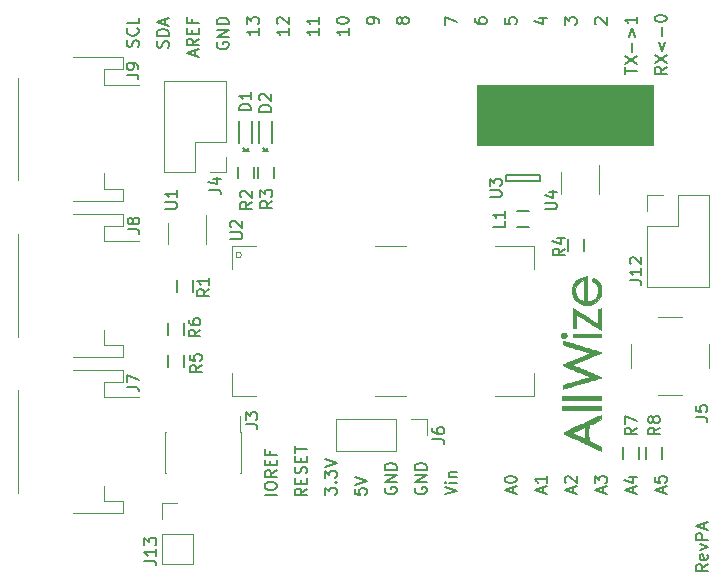
<source format=gto>
G04 #@! TF.FileFunction,Legend,Top*
%FSLAX46Y46*%
G04 Gerber Fmt 4.6, Leading zero omitted, Abs format (unit mm)*
G04 Created by KiCad (PCBNEW 4.0.7-e2-6376~58~ubuntu16.04.1) date Fri Apr 13 07:59:41 2018*
%MOMM*%
%LPD*%
G01*
G04 APERTURE LIST*
%ADD10C,0.150000*%
%ADD11C,0.200000*%
%ADD12C,0.120000*%
%ADD13C,0.050000*%
%ADD14C,0.010000*%
G04 APERTURE END LIST*
D10*
D11*
X163952381Y-118858571D02*
X163476190Y-119191905D01*
X163952381Y-119430000D02*
X162952381Y-119430000D01*
X162952381Y-119049047D01*
X163000000Y-118953809D01*
X163047619Y-118906190D01*
X163142857Y-118858571D01*
X163285714Y-118858571D01*
X163380952Y-118906190D01*
X163428571Y-118953809D01*
X163476190Y-119049047D01*
X163476190Y-119430000D01*
X163904762Y-118049047D02*
X163952381Y-118144285D01*
X163952381Y-118334762D01*
X163904762Y-118430000D01*
X163809524Y-118477619D01*
X163428571Y-118477619D01*
X163333333Y-118430000D01*
X163285714Y-118334762D01*
X163285714Y-118144285D01*
X163333333Y-118049047D01*
X163428571Y-118001428D01*
X163523810Y-118001428D01*
X163619048Y-118477619D01*
X163285714Y-117668095D02*
X163952381Y-117430000D01*
X163285714Y-117191904D01*
X163952381Y-116810952D02*
X162952381Y-116810952D01*
X162952381Y-116429999D01*
X163000000Y-116334761D01*
X163047619Y-116287142D01*
X163142857Y-116239523D01*
X163285714Y-116239523D01*
X163380952Y-116287142D01*
X163428571Y-116334761D01*
X163476190Y-116429999D01*
X163476190Y-116810952D01*
X163666667Y-115858571D02*
X163666667Y-115382380D01*
X163952381Y-115953809D02*
X162952381Y-115620476D01*
X163952381Y-115287142D01*
X115724762Y-75060476D02*
X115772381Y-74917619D01*
X115772381Y-74679523D01*
X115724762Y-74584285D01*
X115677143Y-74536666D01*
X115581905Y-74489047D01*
X115486667Y-74489047D01*
X115391429Y-74536666D01*
X115343810Y-74584285D01*
X115296190Y-74679523D01*
X115248571Y-74870000D01*
X115200952Y-74965238D01*
X115153333Y-75012857D01*
X115058095Y-75060476D01*
X114962857Y-75060476D01*
X114867619Y-75012857D01*
X114820000Y-74965238D01*
X114772381Y-74870000D01*
X114772381Y-74631904D01*
X114820000Y-74489047D01*
X115677143Y-73489047D02*
X115724762Y-73536666D01*
X115772381Y-73679523D01*
X115772381Y-73774761D01*
X115724762Y-73917619D01*
X115629524Y-74012857D01*
X115534286Y-74060476D01*
X115343810Y-74108095D01*
X115200952Y-74108095D01*
X115010476Y-74060476D01*
X114915238Y-74012857D01*
X114820000Y-73917619D01*
X114772381Y-73774761D01*
X114772381Y-73679523D01*
X114820000Y-73536666D01*
X114867619Y-73489047D01*
X115772381Y-72584285D02*
X115772381Y-73060476D01*
X114772381Y-73060476D01*
X118274762Y-75124286D02*
X118322381Y-74981429D01*
X118322381Y-74743333D01*
X118274762Y-74648095D01*
X118227143Y-74600476D01*
X118131905Y-74552857D01*
X118036667Y-74552857D01*
X117941429Y-74600476D01*
X117893810Y-74648095D01*
X117846190Y-74743333D01*
X117798571Y-74933810D01*
X117750952Y-75029048D01*
X117703333Y-75076667D01*
X117608095Y-75124286D01*
X117512857Y-75124286D01*
X117417619Y-75076667D01*
X117370000Y-75029048D01*
X117322381Y-74933810D01*
X117322381Y-74695714D01*
X117370000Y-74552857D01*
X118322381Y-74124286D02*
X117322381Y-74124286D01*
X117322381Y-73886191D01*
X117370000Y-73743333D01*
X117465238Y-73648095D01*
X117560476Y-73600476D01*
X117750952Y-73552857D01*
X117893810Y-73552857D01*
X118084286Y-73600476D01*
X118179524Y-73648095D01*
X118274762Y-73743333D01*
X118322381Y-73886191D01*
X118322381Y-74124286D01*
X118036667Y-73171905D02*
X118036667Y-72695714D01*
X118322381Y-73267143D02*
X117322381Y-72933810D01*
X118322381Y-72600476D01*
X160472381Y-76760952D02*
X159996190Y-77094286D01*
X160472381Y-77332381D02*
X159472381Y-77332381D01*
X159472381Y-76951428D01*
X159520000Y-76856190D01*
X159567619Y-76808571D01*
X159662857Y-76760952D01*
X159805714Y-76760952D01*
X159900952Y-76808571D01*
X159948571Y-76856190D01*
X159996190Y-76951428D01*
X159996190Y-77332381D01*
X159472381Y-76427619D02*
X160472381Y-75760952D01*
X159472381Y-75760952D02*
X160472381Y-76427619D01*
X159805714Y-74618095D02*
X160091429Y-75380000D01*
X160377143Y-74618095D01*
X160091429Y-74141905D02*
X160091429Y-73380000D01*
X159472381Y-72713334D02*
X159472381Y-72618095D01*
X159520000Y-72522857D01*
X159567619Y-72475238D01*
X159662857Y-72427619D01*
X159853333Y-72380000D01*
X160091429Y-72380000D01*
X160281905Y-72427619D01*
X160377143Y-72475238D01*
X160424762Y-72522857D01*
X160472381Y-72618095D01*
X160472381Y-72713334D01*
X160424762Y-72808572D01*
X160377143Y-72856191D01*
X160281905Y-72903810D01*
X160091429Y-72951429D01*
X159853333Y-72951429D01*
X159662857Y-72903810D01*
X159567619Y-72856191D01*
X159520000Y-72808572D01*
X159472381Y-72713334D01*
X156932381Y-77356190D02*
X156932381Y-76784761D01*
X157932381Y-77070476D02*
X156932381Y-77070476D01*
X156932381Y-76546666D02*
X157932381Y-75879999D01*
X156932381Y-75879999D02*
X157932381Y-76546666D01*
X157551429Y-75499047D02*
X157551429Y-74737142D01*
X157265714Y-74260952D02*
X157551429Y-73499047D01*
X157837143Y-74260952D01*
X157932381Y-72499047D02*
X157932381Y-73070476D01*
X157932381Y-72784762D02*
X156932381Y-72784762D01*
X157075238Y-72880000D01*
X157170476Y-72975238D01*
X157218095Y-73070476D01*
X154487619Y-73135714D02*
X154440000Y-73088095D01*
X154392381Y-72992857D01*
X154392381Y-72754761D01*
X154440000Y-72659523D01*
X154487619Y-72611904D01*
X154582857Y-72564285D01*
X154678095Y-72564285D01*
X154820952Y-72611904D01*
X155392381Y-73183333D01*
X155392381Y-72564285D01*
X151852381Y-73183333D02*
X151852381Y-72564285D01*
X152233333Y-72897619D01*
X152233333Y-72754761D01*
X152280952Y-72659523D01*
X152328571Y-72611904D01*
X152423810Y-72564285D01*
X152661905Y-72564285D01*
X152757143Y-72611904D01*
X152804762Y-72659523D01*
X152852381Y-72754761D01*
X152852381Y-73040476D01*
X152804762Y-73135714D01*
X152757143Y-73183333D01*
X149645714Y-72659523D02*
X150312381Y-72659523D01*
X149264762Y-72897619D02*
X149979048Y-73135714D01*
X149979048Y-72516666D01*
X146772381Y-72611904D02*
X146772381Y-73088095D01*
X147248571Y-73135714D01*
X147200952Y-73088095D01*
X147153333Y-72992857D01*
X147153333Y-72754761D01*
X147200952Y-72659523D01*
X147248571Y-72611904D01*
X147343810Y-72564285D01*
X147581905Y-72564285D01*
X147677143Y-72611904D01*
X147724762Y-72659523D01*
X147772381Y-72754761D01*
X147772381Y-72992857D01*
X147724762Y-73088095D01*
X147677143Y-73135714D01*
X144232381Y-72659523D02*
X144232381Y-72850000D01*
X144280000Y-72945238D01*
X144327619Y-72992857D01*
X144470476Y-73088095D01*
X144660952Y-73135714D01*
X145041905Y-73135714D01*
X145137143Y-73088095D01*
X145184762Y-73040476D01*
X145232381Y-72945238D01*
X145232381Y-72754761D01*
X145184762Y-72659523D01*
X145137143Y-72611904D01*
X145041905Y-72564285D01*
X144803810Y-72564285D01*
X144708571Y-72611904D01*
X144660952Y-72659523D01*
X144613333Y-72754761D01*
X144613333Y-72945238D01*
X144660952Y-73040476D01*
X144708571Y-73088095D01*
X144803810Y-73135714D01*
X141692381Y-73183333D02*
X141692381Y-72516666D01*
X142692381Y-72945238D01*
X138060952Y-72925238D02*
X138013333Y-73020476D01*
X137965714Y-73068095D01*
X137870476Y-73115714D01*
X137822857Y-73115714D01*
X137727619Y-73068095D01*
X137680000Y-73020476D01*
X137632381Y-72925238D01*
X137632381Y-72734761D01*
X137680000Y-72639523D01*
X137727619Y-72591904D01*
X137822857Y-72544285D01*
X137870476Y-72544285D01*
X137965714Y-72591904D01*
X138013333Y-72639523D01*
X138060952Y-72734761D01*
X138060952Y-72925238D01*
X138108571Y-73020476D01*
X138156190Y-73068095D01*
X138251429Y-73115714D01*
X138441905Y-73115714D01*
X138537143Y-73068095D01*
X138584762Y-73020476D01*
X138632381Y-72925238D01*
X138632381Y-72734761D01*
X138584762Y-72639523D01*
X138537143Y-72591904D01*
X138441905Y-72544285D01*
X138251429Y-72544285D01*
X138156190Y-72591904D01*
X138108571Y-72639523D01*
X138060952Y-72734761D01*
X136102381Y-73020476D02*
X136102381Y-72830000D01*
X136054762Y-72734761D01*
X136007143Y-72687142D01*
X135864286Y-72591904D01*
X135673810Y-72544285D01*
X135292857Y-72544285D01*
X135197619Y-72591904D01*
X135150000Y-72639523D01*
X135102381Y-72734761D01*
X135102381Y-72925238D01*
X135150000Y-73020476D01*
X135197619Y-73068095D01*
X135292857Y-73115714D01*
X135530952Y-73115714D01*
X135626190Y-73068095D01*
X135673810Y-73020476D01*
X135721429Y-72925238D01*
X135721429Y-72734761D01*
X135673810Y-72639523D01*
X135626190Y-72591904D01*
X135530952Y-72544285D01*
X133552381Y-73500476D02*
X133552381Y-74071905D01*
X133552381Y-73786191D02*
X132552381Y-73786191D01*
X132695238Y-73881429D01*
X132790476Y-73976667D01*
X132838095Y-74071905D01*
X132552381Y-72881429D02*
X132552381Y-72786190D01*
X132600000Y-72690952D01*
X132647619Y-72643333D01*
X132742857Y-72595714D01*
X132933333Y-72548095D01*
X133171429Y-72548095D01*
X133361905Y-72595714D01*
X133457143Y-72643333D01*
X133504762Y-72690952D01*
X133552381Y-72786190D01*
X133552381Y-72881429D01*
X133504762Y-72976667D01*
X133457143Y-73024286D01*
X133361905Y-73071905D01*
X133171429Y-73119524D01*
X132933333Y-73119524D01*
X132742857Y-73071905D01*
X132647619Y-73024286D01*
X132600000Y-72976667D01*
X132552381Y-72881429D01*
X131012381Y-73500476D02*
X131012381Y-74071905D01*
X131012381Y-73786191D02*
X130012381Y-73786191D01*
X130155238Y-73881429D01*
X130250476Y-73976667D01*
X130298095Y-74071905D01*
X131012381Y-72548095D02*
X131012381Y-73119524D01*
X131012381Y-72833810D02*
X130012381Y-72833810D01*
X130155238Y-72929048D01*
X130250476Y-73024286D01*
X130298095Y-73119524D01*
X128472381Y-73500476D02*
X128472381Y-74071905D01*
X128472381Y-73786191D02*
X127472381Y-73786191D01*
X127615238Y-73881429D01*
X127710476Y-73976667D01*
X127758095Y-74071905D01*
X127567619Y-73119524D02*
X127520000Y-73071905D01*
X127472381Y-72976667D01*
X127472381Y-72738571D01*
X127520000Y-72643333D01*
X127567619Y-72595714D01*
X127662857Y-72548095D01*
X127758095Y-72548095D01*
X127900952Y-72595714D01*
X128472381Y-73167143D01*
X128472381Y-72548095D01*
X125942381Y-73500476D02*
X125942381Y-74071905D01*
X125942381Y-73786191D02*
X124942381Y-73786191D01*
X125085238Y-73881429D01*
X125180476Y-73976667D01*
X125228095Y-74071905D01*
X124942381Y-73167143D02*
X124942381Y-72548095D01*
X125323333Y-72881429D01*
X125323333Y-72738571D01*
X125370952Y-72643333D01*
X125418571Y-72595714D01*
X125513810Y-72548095D01*
X125751905Y-72548095D01*
X125847143Y-72595714D01*
X125894762Y-72643333D01*
X125942381Y-72738571D01*
X125942381Y-73024286D01*
X125894762Y-73119524D01*
X125847143Y-73167143D01*
X122440000Y-74681904D02*
X122392381Y-74777142D01*
X122392381Y-74919999D01*
X122440000Y-75062857D01*
X122535238Y-75158095D01*
X122630476Y-75205714D01*
X122820952Y-75253333D01*
X122963810Y-75253333D01*
X123154286Y-75205714D01*
X123249524Y-75158095D01*
X123344762Y-75062857D01*
X123392381Y-74919999D01*
X123392381Y-74824761D01*
X123344762Y-74681904D01*
X123297143Y-74634285D01*
X122963810Y-74634285D01*
X122963810Y-74824761D01*
X123392381Y-74205714D02*
X122392381Y-74205714D01*
X123392381Y-73634285D01*
X122392381Y-73634285D01*
X123392381Y-73158095D02*
X122392381Y-73158095D01*
X122392381Y-72920000D01*
X122440000Y-72777142D01*
X122535238Y-72681904D01*
X122630476Y-72634285D01*
X122820952Y-72586666D01*
X122963810Y-72586666D01*
X123154286Y-72634285D01*
X123249524Y-72681904D01*
X123344762Y-72777142D01*
X123392381Y-72920000D01*
X123392381Y-73158095D01*
X120566667Y-75839048D02*
X120566667Y-75362857D01*
X120852381Y-75934286D02*
X119852381Y-75600953D01*
X120852381Y-75267619D01*
X120852381Y-74362857D02*
X120376190Y-74696191D01*
X120852381Y-74934286D02*
X119852381Y-74934286D01*
X119852381Y-74553333D01*
X119900000Y-74458095D01*
X119947619Y-74410476D01*
X120042857Y-74362857D01*
X120185714Y-74362857D01*
X120280952Y-74410476D01*
X120328571Y-74458095D01*
X120376190Y-74553333D01*
X120376190Y-74934286D01*
X120328571Y-73934286D02*
X120328571Y-73600952D01*
X120852381Y-73458095D02*
X120852381Y-73934286D01*
X119852381Y-73934286D01*
X119852381Y-73458095D01*
X120328571Y-72696190D02*
X120328571Y-73029524D01*
X120852381Y-73029524D02*
X119852381Y-73029524D01*
X119852381Y-72553333D01*
X160186667Y-112844286D02*
X160186667Y-112368095D01*
X160472381Y-112939524D02*
X159472381Y-112606191D01*
X160472381Y-112272857D01*
X159472381Y-111463333D02*
X159472381Y-111939524D01*
X159948571Y-111987143D01*
X159900952Y-111939524D01*
X159853333Y-111844286D01*
X159853333Y-111606190D01*
X159900952Y-111510952D01*
X159948571Y-111463333D01*
X160043810Y-111415714D01*
X160281905Y-111415714D01*
X160377143Y-111463333D01*
X160424762Y-111510952D01*
X160472381Y-111606190D01*
X160472381Y-111844286D01*
X160424762Y-111939524D01*
X160377143Y-111987143D01*
X157646667Y-112834286D02*
X157646667Y-112358095D01*
X157932381Y-112929524D02*
X156932381Y-112596191D01*
X157932381Y-112262857D01*
X157265714Y-111500952D02*
X157932381Y-111500952D01*
X156884762Y-111739048D02*
X157599048Y-111977143D01*
X157599048Y-111358095D01*
X155106667Y-112834286D02*
X155106667Y-112358095D01*
X155392381Y-112929524D02*
X154392381Y-112596191D01*
X155392381Y-112262857D01*
X154392381Y-112024762D02*
X154392381Y-111405714D01*
X154773333Y-111739048D01*
X154773333Y-111596190D01*
X154820952Y-111500952D01*
X154868571Y-111453333D01*
X154963810Y-111405714D01*
X155201905Y-111405714D01*
X155297143Y-111453333D01*
X155344762Y-111500952D01*
X155392381Y-111596190D01*
X155392381Y-111881905D01*
X155344762Y-111977143D01*
X155297143Y-112024762D01*
X152566667Y-112834286D02*
X152566667Y-112358095D01*
X152852381Y-112929524D02*
X151852381Y-112596191D01*
X152852381Y-112262857D01*
X151947619Y-111977143D02*
X151900000Y-111929524D01*
X151852381Y-111834286D01*
X151852381Y-111596190D01*
X151900000Y-111500952D01*
X151947619Y-111453333D01*
X152042857Y-111405714D01*
X152138095Y-111405714D01*
X152280952Y-111453333D01*
X152852381Y-112024762D01*
X152852381Y-111405714D01*
X150026667Y-112834286D02*
X150026667Y-112358095D01*
X150312381Y-112929524D02*
X149312381Y-112596191D01*
X150312381Y-112262857D01*
X150312381Y-111405714D02*
X150312381Y-111977143D01*
X150312381Y-111691429D02*
X149312381Y-111691429D01*
X149455238Y-111786667D01*
X149550476Y-111881905D01*
X149598095Y-111977143D01*
X147486667Y-112834286D02*
X147486667Y-112358095D01*
X147772381Y-112929524D02*
X146772381Y-112596191D01*
X147772381Y-112262857D01*
X146772381Y-111739048D02*
X146772381Y-111643809D01*
X146820000Y-111548571D01*
X146867619Y-111500952D01*
X146962857Y-111453333D01*
X147153333Y-111405714D01*
X147391429Y-111405714D01*
X147581905Y-111453333D01*
X147677143Y-111500952D01*
X147724762Y-111548571D01*
X147772381Y-111643809D01*
X147772381Y-111739048D01*
X147724762Y-111834286D01*
X147677143Y-111881905D01*
X147581905Y-111929524D01*
X147391429Y-111977143D01*
X147153333Y-111977143D01*
X146962857Y-111929524D01*
X146867619Y-111881905D01*
X146820000Y-111834286D01*
X146772381Y-111739048D01*
X141702381Y-112963809D02*
X142702381Y-112630476D01*
X141702381Y-112297142D01*
X142702381Y-111963809D02*
X142035714Y-111963809D01*
X141702381Y-111963809D02*
X141750000Y-112011428D01*
X141797619Y-111963809D01*
X141750000Y-111916190D01*
X141702381Y-111963809D01*
X141797619Y-111963809D01*
X142035714Y-111487619D02*
X142702381Y-111487619D01*
X142130952Y-111487619D02*
X142083333Y-111440000D01*
X142035714Y-111344762D01*
X142035714Y-111201904D01*
X142083333Y-111106666D01*
X142178571Y-111059047D01*
X142702381Y-111059047D01*
X139210000Y-112391904D02*
X139162381Y-112487142D01*
X139162381Y-112629999D01*
X139210000Y-112772857D01*
X139305238Y-112868095D01*
X139400476Y-112915714D01*
X139590952Y-112963333D01*
X139733810Y-112963333D01*
X139924286Y-112915714D01*
X140019524Y-112868095D01*
X140114762Y-112772857D01*
X140162381Y-112629999D01*
X140162381Y-112534761D01*
X140114762Y-112391904D01*
X140067143Y-112344285D01*
X139733810Y-112344285D01*
X139733810Y-112534761D01*
X140162381Y-111915714D02*
X139162381Y-111915714D01*
X140162381Y-111344285D01*
X139162381Y-111344285D01*
X140162381Y-110868095D02*
X139162381Y-110868095D01*
X139162381Y-110630000D01*
X139210000Y-110487142D01*
X139305238Y-110391904D01*
X139400476Y-110344285D01*
X139590952Y-110296666D01*
X139733810Y-110296666D01*
X139924286Y-110344285D01*
X140019524Y-110391904D01*
X140114762Y-110487142D01*
X140162381Y-110630000D01*
X140162381Y-110868095D01*
X136660000Y-112391904D02*
X136612381Y-112487142D01*
X136612381Y-112629999D01*
X136660000Y-112772857D01*
X136755238Y-112868095D01*
X136850476Y-112915714D01*
X137040952Y-112963333D01*
X137183810Y-112963333D01*
X137374286Y-112915714D01*
X137469524Y-112868095D01*
X137564762Y-112772857D01*
X137612381Y-112629999D01*
X137612381Y-112534761D01*
X137564762Y-112391904D01*
X137517143Y-112344285D01*
X137183810Y-112344285D01*
X137183810Y-112534761D01*
X137612381Y-111915714D02*
X136612381Y-111915714D01*
X137612381Y-111344285D01*
X136612381Y-111344285D01*
X137612381Y-110868095D02*
X136612381Y-110868095D01*
X136612381Y-110630000D01*
X136660000Y-110487142D01*
X136755238Y-110391904D01*
X136850476Y-110344285D01*
X137040952Y-110296666D01*
X137183810Y-110296666D01*
X137374286Y-110344285D01*
X137469524Y-110391904D01*
X137564762Y-110487142D01*
X137612381Y-110630000D01*
X137612381Y-110868095D01*
X134082381Y-112460476D02*
X134082381Y-112936667D01*
X134558571Y-112984286D01*
X134510952Y-112936667D01*
X134463333Y-112841429D01*
X134463333Y-112603333D01*
X134510952Y-112508095D01*
X134558571Y-112460476D01*
X134653810Y-112412857D01*
X134891905Y-112412857D01*
X134987143Y-112460476D01*
X135034762Y-112508095D01*
X135082381Y-112603333D01*
X135082381Y-112841429D01*
X135034762Y-112936667D01*
X134987143Y-112984286D01*
X134082381Y-112127143D02*
X135082381Y-111793810D01*
X134082381Y-111460476D01*
X131542381Y-112996190D02*
X131542381Y-112377142D01*
X131923333Y-112710476D01*
X131923333Y-112567618D01*
X131970952Y-112472380D01*
X132018571Y-112424761D01*
X132113810Y-112377142D01*
X132351905Y-112377142D01*
X132447143Y-112424761D01*
X132494762Y-112472380D01*
X132542381Y-112567618D01*
X132542381Y-112853333D01*
X132494762Y-112948571D01*
X132447143Y-112996190D01*
X132447143Y-111948571D02*
X132494762Y-111900952D01*
X132542381Y-111948571D01*
X132494762Y-111996190D01*
X132447143Y-111948571D01*
X132542381Y-111948571D01*
X131542381Y-111567619D02*
X131542381Y-110948571D01*
X131923333Y-111281905D01*
X131923333Y-111139047D01*
X131970952Y-111043809D01*
X132018571Y-110996190D01*
X132113810Y-110948571D01*
X132351905Y-110948571D01*
X132447143Y-110996190D01*
X132494762Y-111043809D01*
X132542381Y-111139047D01*
X132542381Y-111424762D01*
X132494762Y-111520000D01*
X132447143Y-111567619D01*
X131542381Y-110662857D02*
X132542381Y-110329524D01*
X131542381Y-109996190D01*
X130012381Y-112472381D02*
X129536190Y-112805715D01*
X130012381Y-113043810D02*
X129012381Y-113043810D01*
X129012381Y-112662857D01*
X129060000Y-112567619D01*
X129107619Y-112520000D01*
X129202857Y-112472381D01*
X129345714Y-112472381D01*
X129440952Y-112520000D01*
X129488571Y-112567619D01*
X129536190Y-112662857D01*
X129536190Y-113043810D01*
X129488571Y-112043810D02*
X129488571Y-111710476D01*
X130012381Y-111567619D02*
X130012381Y-112043810D01*
X129012381Y-112043810D01*
X129012381Y-111567619D01*
X129964762Y-111186667D02*
X130012381Y-111043810D01*
X130012381Y-110805714D01*
X129964762Y-110710476D01*
X129917143Y-110662857D01*
X129821905Y-110615238D01*
X129726667Y-110615238D01*
X129631429Y-110662857D01*
X129583810Y-110710476D01*
X129536190Y-110805714D01*
X129488571Y-110996191D01*
X129440952Y-111091429D01*
X129393333Y-111139048D01*
X129298095Y-111186667D01*
X129202857Y-111186667D01*
X129107619Y-111139048D01*
X129060000Y-111091429D01*
X129012381Y-110996191D01*
X129012381Y-110758095D01*
X129060000Y-110615238D01*
X129488571Y-110186667D02*
X129488571Y-109853333D01*
X130012381Y-109710476D02*
X130012381Y-110186667D01*
X129012381Y-110186667D01*
X129012381Y-109710476D01*
X129012381Y-109424762D02*
X129012381Y-108853333D01*
X130012381Y-109139048D02*
X129012381Y-109139048D01*
X127462381Y-113014762D02*
X126462381Y-113014762D01*
X126462381Y-112348096D02*
X126462381Y-112157619D01*
X126510000Y-112062381D01*
X126605238Y-111967143D01*
X126795714Y-111919524D01*
X127129048Y-111919524D01*
X127319524Y-111967143D01*
X127414762Y-112062381D01*
X127462381Y-112157619D01*
X127462381Y-112348096D01*
X127414762Y-112443334D01*
X127319524Y-112538572D01*
X127129048Y-112586191D01*
X126795714Y-112586191D01*
X126605238Y-112538572D01*
X126510000Y-112443334D01*
X126462381Y-112348096D01*
X127462381Y-110919524D02*
X126986190Y-111252858D01*
X127462381Y-111490953D02*
X126462381Y-111490953D01*
X126462381Y-111110000D01*
X126510000Y-111014762D01*
X126557619Y-110967143D01*
X126652857Y-110919524D01*
X126795714Y-110919524D01*
X126890952Y-110967143D01*
X126938571Y-111014762D01*
X126986190Y-111110000D01*
X126986190Y-111490953D01*
X126938571Y-110490953D02*
X126938571Y-110157619D01*
X127462381Y-110014762D02*
X127462381Y-110490953D01*
X126462381Y-110490953D01*
X126462381Y-110014762D01*
X126938571Y-109252857D02*
X126938571Y-109586191D01*
X127462381Y-109586191D02*
X126462381Y-109586191D01*
X126462381Y-109110000D01*
D10*
X118235000Y-99430000D02*
X118235000Y-98430000D01*
X119585000Y-98430000D02*
X119585000Y-99430000D01*
X125410000Y-83200000D02*
X125410000Y-81300000D01*
X124310000Y-83200000D02*
X124310000Y-81300000D01*
X124610000Y-83874000D02*
X125110000Y-83874000D01*
X124860000Y-83874000D02*
X124610000Y-83624000D01*
X125110000Y-83624000D02*
X124860000Y-83874000D01*
X127070000Y-83200000D02*
X127070000Y-81300000D01*
X125970000Y-83200000D02*
X125970000Y-81300000D01*
X126270000Y-83874000D02*
X126770000Y-83874000D01*
X126520000Y-83874000D02*
X126270000Y-83624000D01*
X126770000Y-83624000D02*
X126520000Y-83874000D01*
D12*
X124465000Y-107655000D02*
X124465000Y-111185000D01*
X117995000Y-107655000D02*
X117995000Y-111185000D01*
X124400000Y-106330000D02*
X124400000Y-107655000D01*
X124465000Y-107655000D02*
X124400000Y-107655000D01*
X124465000Y-111185000D02*
X124400000Y-111185000D01*
X118060000Y-107655000D02*
X117995000Y-107655000D01*
X118060000Y-111185000D02*
X117995000Y-111185000D01*
D10*
X147840000Y-88995000D02*
X148840000Y-88995000D01*
X148840000Y-90345000D02*
X147840000Y-90345000D01*
X120405000Y-94820000D02*
X120405000Y-95820000D01*
X119055000Y-95820000D02*
X119055000Y-94820000D01*
X124185000Y-86210000D02*
X124185000Y-85210000D01*
X125535000Y-85210000D02*
X125535000Y-86210000D01*
X125855000Y-86200000D02*
X125855000Y-85200000D01*
X127205000Y-85200000D02*
X127205000Y-86200000D01*
X153485000Y-91330000D02*
X153485000Y-92330000D01*
X152135000Y-92330000D02*
X152135000Y-91330000D01*
D12*
X118260000Y-89990000D02*
X118260000Y-91790000D01*
X121480000Y-91790000D02*
X121480000Y-89340000D01*
D10*
X149790000Y-86390000D02*
X149790000Y-85890000D01*
X146890000Y-86390000D02*
X149790000Y-86390000D01*
X146890000Y-85890000D02*
X146890000Y-86390000D01*
X149790000Y-85890000D02*
X146890000Y-85890000D01*
D12*
X151540000Y-85700000D02*
X151540000Y-87500000D01*
X154760000Y-87500000D02*
X154760000Y-85050000D01*
X159770000Y-97950000D02*
X161770000Y-97950000D01*
X159770000Y-104550000D02*
X161770000Y-104550000D01*
X164070000Y-100250000D02*
X164070000Y-102250000D01*
X157470000Y-100250000D02*
X157470000Y-102250000D01*
D13*
X124493566Y-92686600D02*
G75*
G03X124493566Y-92686600I-240966J0D01*
G01*
X149220800Y-93905800D02*
X149220800Y-91950000D01*
X149220800Y-91950000D02*
X145944200Y-91950000D01*
X145918800Y-104650000D02*
X149220800Y-104650000D01*
X149220800Y-104650000D02*
X149220800Y-102694200D01*
X135758800Y-104650000D02*
X138425800Y-104650000D01*
X135758800Y-91950000D02*
X138425800Y-91950000D01*
X123719200Y-104650000D02*
X125725800Y-104650000D01*
X123719200Y-102694200D02*
X123719200Y-104650000D01*
X123719200Y-91950000D02*
X125700400Y-91950000D01*
X123719200Y-93880400D02*
X123719200Y-91950000D01*
D12*
X123150000Y-77940000D02*
X117950000Y-77940000D01*
X123150000Y-83080000D02*
X123150000Y-77940000D01*
X117950000Y-85680000D02*
X117950000Y-77940000D01*
X123150000Y-83080000D02*
X120550000Y-83080000D01*
X120550000Y-83080000D02*
X120550000Y-85680000D01*
X120550000Y-85680000D02*
X117950000Y-85680000D01*
X123150000Y-84350000D02*
X123150000Y-85680000D01*
X123150000Y-85680000D02*
X121820000Y-85680000D01*
X117730000Y-118890000D02*
X120390000Y-118890000D01*
X117730000Y-116290000D02*
X117730000Y-118890000D01*
X120390000Y-116290000D02*
X120390000Y-118890000D01*
X117730000Y-116290000D02*
X120390000Y-116290000D01*
X117730000Y-115020000D02*
X117730000Y-113690000D01*
X117730000Y-113690000D02*
X119060000Y-113690000D01*
X158860000Y-95370000D02*
X164060000Y-95370000D01*
X158860000Y-90230000D02*
X158860000Y-95370000D01*
X164060000Y-87630000D02*
X164060000Y-95370000D01*
X158860000Y-90230000D02*
X161460000Y-90230000D01*
X161460000Y-90230000D02*
X161460000Y-87630000D01*
X161460000Y-87630000D02*
X164060000Y-87630000D01*
X158860000Y-88960000D02*
X158860000Y-87630000D01*
X158860000Y-87630000D02*
X160190000Y-87630000D01*
D10*
X119585000Y-101160000D02*
X119585000Y-102160000D01*
X118235000Y-102160000D02*
X118235000Y-101160000D01*
D12*
X132460000Y-106610000D02*
X132460000Y-109270000D01*
X137600000Y-106610000D02*
X132460000Y-106610000D01*
X137600000Y-109270000D02*
X132460000Y-109270000D01*
X137600000Y-106610000D02*
X137600000Y-109270000D01*
X138870000Y-106610000D02*
X140200000Y-106610000D01*
X140200000Y-106610000D02*
X140200000Y-107940000D01*
D14*
G36*
X144400000Y-78270000D02*
X159357777Y-78270000D01*
X159357777Y-83350000D01*
X144400000Y-83350000D01*
X144400000Y-78270000D01*
X144400000Y-78270000D01*
G37*
X144400000Y-78270000D02*
X159357777Y-78270000D01*
X159357777Y-83350000D01*
X144400000Y-83350000D01*
X144400000Y-78270000D01*
G36*
X151796964Y-107708943D02*
X151880377Y-107652911D01*
X152020854Y-107576099D01*
X152222327Y-107476421D01*
X152488729Y-107351793D01*
X152644812Y-107280691D01*
X152832011Y-107195659D01*
X153039464Y-107100916D01*
X153222593Y-107016821D01*
X153224309Y-107016030D01*
X153360793Y-106955276D01*
X153472569Y-106909545D01*
X153540391Y-106886587D01*
X153548971Y-106885295D01*
X153588439Y-106858578D01*
X153590151Y-106847942D01*
X153619604Y-106812141D01*
X153631331Y-106810589D01*
X153683147Y-106795517D01*
X153784388Y-106755470D01*
X153915808Y-106698198D01*
X153955992Y-106679853D01*
X154142044Y-106594051D01*
X154350112Y-106498094D01*
X154522956Y-106418383D01*
X154659440Y-106357629D01*
X154771216Y-106311898D01*
X154839038Y-106288940D01*
X154847618Y-106287647D01*
X154887086Y-106260931D01*
X154888797Y-106250295D01*
X154917863Y-106214027D01*
X154926993Y-106212942D01*
X154948876Y-106246516D01*
X154962695Y-106332276D01*
X154965188Y-106397811D01*
X154965188Y-106582681D01*
X154485584Y-106808693D01*
X154310925Y-106890372D01*
X154161817Y-106958910D01*
X154051251Y-107008429D01*
X153992215Y-107033048D01*
X153986315Y-107034706D01*
X153946606Y-107057817D01*
X153911153Y-107088979D01*
X153888924Y-107147577D01*
X153873038Y-107263373D01*
X153863235Y-107421144D01*
X153859256Y-107605666D01*
X153860840Y-107801716D01*
X153867727Y-107994070D01*
X153879657Y-108167505D01*
X153896371Y-108306798D01*
X153917607Y-108396725D01*
X153933910Y-108421605D01*
X153987891Y-108448707D01*
X154096482Y-108501299D01*
X154245429Y-108572537D01*
X154420476Y-108655579D01*
X154478196Y-108682831D01*
X154965188Y-108912494D01*
X154965188Y-109097301D01*
X154960056Y-109200274D01*
X154946927Y-109261413D01*
X154936542Y-109269468D01*
X154907071Y-109256002D01*
X154843471Y-109226432D01*
X154739021Y-109177611D01*
X154587003Y-109106395D01*
X154380697Y-109009639D01*
X154113386Y-108884197D01*
X154062070Y-108860111D01*
X153902995Y-108787120D01*
X153767577Y-108728102D01*
X153671517Y-108689702D01*
X153632371Y-108678236D01*
X153592096Y-108652068D01*
X153590151Y-108640883D01*
X153560024Y-108606113D01*
X153548971Y-108604461D01*
X153548971Y-108230000D01*
X153568280Y-108192800D01*
X153581539Y-108081342D01*
X153588733Y-107895840D01*
X153590151Y-107726908D01*
X153589098Y-107522713D01*
X153585111Y-107382702D01*
X153576945Y-107296369D01*
X153563356Y-107253210D01*
X153543101Y-107242720D01*
X153533103Y-107245224D01*
X153463744Y-107275313D01*
X153362367Y-107323446D01*
X153334049Y-107337434D01*
X153233190Y-107382167D01*
X153156304Y-107406660D01*
X153142827Y-107408236D01*
X153097389Y-107429442D01*
X153093609Y-107442621D01*
X153060682Y-107473756D01*
X152981251Y-107501133D01*
X152979023Y-107501618D01*
X152898835Y-107528723D01*
X152864458Y-107559942D01*
X152864436Y-107560615D01*
X152834110Y-107593423D01*
X152816692Y-107596268D01*
X152754076Y-107612156D01*
X152656108Y-107650259D01*
X152623127Y-107665020D01*
X152477306Y-107732504D01*
X152565834Y-107785149D01*
X152661726Y-107837532D01*
X152777050Y-107894798D01*
X152788046Y-107899947D01*
X153060602Y-108025755D01*
X153269039Y-108119847D01*
X153417511Y-108184025D01*
X153510169Y-108220089D01*
X153548971Y-108230000D01*
X153548971Y-108604461D01*
X153542745Y-108603530D01*
X153488153Y-108588132D01*
X153384695Y-108547183D01*
X153251825Y-108488549D01*
X153208534Y-108468402D01*
X152867680Y-108307970D01*
X152588846Y-108177111D01*
X152365358Y-108072724D01*
X152190537Y-107991709D01*
X152057709Y-107930965D01*
X151960197Y-107887393D01*
X151919308Y-107869669D01*
X151816788Y-107813942D01*
X151768273Y-107761163D01*
X151766681Y-107746280D01*
X151796964Y-107708943D01*
X151796964Y-107708943D01*
G37*
X151796964Y-107708943D02*
X151880377Y-107652911D01*
X152020854Y-107576099D01*
X152222327Y-107476421D01*
X152488729Y-107351793D01*
X152644812Y-107280691D01*
X152832011Y-107195659D01*
X153039464Y-107100916D01*
X153222593Y-107016821D01*
X153224309Y-107016030D01*
X153360793Y-106955276D01*
X153472569Y-106909545D01*
X153540391Y-106886587D01*
X153548971Y-106885295D01*
X153588439Y-106858578D01*
X153590151Y-106847942D01*
X153619604Y-106812141D01*
X153631331Y-106810589D01*
X153683147Y-106795517D01*
X153784388Y-106755470D01*
X153915808Y-106698198D01*
X153955992Y-106679853D01*
X154142044Y-106594051D01*
X154350112Y-106498094D01*
X154522956Y-106418383D01*
X154659440Y-106357629D01*
X154771216Y-106311898D01*
X154839038Y-106288940D01*
X154847618Y-106287647D01*
X154887086Y-106260931D01*
X154888797Y-106250295D01*
X154917863Y-106214027D01*
X154926993Y-106212942D01*
X154948876Y-106246516D01*
X154962695Y-106332276D01*
X154965188Y-106397811D01*
X154965188Y-106582681D01*
X154485584Y-106808693D01*
X154310925Y-106890372D01*
X154161817Y-106958910D01*
X154051251Y-107008429D01*
X153992215Y-107033048D01*
X153986315Y-107034706D01*
X153946606Y-107057817D01*
X153911153Y-107088979D01*
X153888924Y-107147577D01*
X153873038Y-107263373D01*
X153863235Y-107421144D01*
X153859256Y-107605666D01*
X153860840Y-107801716D01*
X153867727Y-107994070D01*
X153879657Y-108167505D01*
X153896371Y-108306798D01*
X153917607Y-108396725D01*
X153933910Y-108421605D01*
X153987891Y-108448707D01*
X154096482Y-108501299D01*
X154245429Y-108572537D01*
X154420476Y-108655579D01*
X154478196Y-108682831D01*
X154965188Y-108912494D01*
X154965188Y-109097301D01*
X154960056Y-109200274D01*
X154946927Y-109261413D01*
X154936542Y-109269468D01*
X154907071Y-109256002D01*
X154843471Y-109226432D01*
X154739021Y-109177611D01*
X154587003Y-109106395D01*
X154380697Y-109009639D01*
X154113386Y-108884197D01*
X154062070Y-108860111D01*
X153902995Y-108787120D01*
X153767577Y-108728102D01*
X153671517Y-108689702D01*
X153632371Y-108678236D01*
X153592096Y-108652068D01*
X153590151Y-108640883D01*
X153560024Y-108606113D01*
X153548971Y-108604461D01*
X153548971Y-108230000D01*
X153568280Y-108192800D01*
X153581539Y-108081342D01*
X153588733Y-107895840D01*
X153590151Y-107726908D01*
X153589098Y-107522713D01*
X153585111Y-107382702D01*
X153576945Y-107296369D01*
X153563356Y-107253210D01*
X153543101Y-107242720D01*
X153533103Y-107245224D01*
X153463744Y-107275313D01*
X153362367Y-107323446D01*
X153334049Y-107337434D01*
X153233190Y-107382167D01*
X153156304Y-107406660D01*
X153142827Y-107408236D01*
X153097389Y-107429442D01*
X153093609Y-107442621D01*
X153060682Y-107473756D01*
X152981251Y-107501133D01*
X152979023Y-107501618D01*
X152898835Y-107528723D01*
X152864458Y-107559942D01*
X152864436Y-107560615D01*
X152834110Y-107593423D01*
X152816692Y-107596268D01*
X152754076Y-107612156D01*
X152656108Y-107650259D01*
X152623127Y-107665020D01*
X152477306Y-107732504D01*
X152565834Y-107785149D01*
X152661726Y-107837532D01*
X152777050Y-107894798D01*
X152788046Y-107899947D01*
X153060602Y-108025755D01*
X153269039Y-108119847D01*
X153417511Y-108184025D01*
X153510169Y-108220089D01*
X153548971Y-108230000D01*
X153548971Y-108604461D01*
X153542745Y-108603530D01*
X153488153Y-108588132D01*
X153384695Y-108547183D01*
X153251825Y-108488549D01*
X153208534Y-108468402D01*
X152867680Y-108307970D01*
X152588846Y-108177111D01*
X152365358Y-108072724D01*
X152190537Y-107991709D01*
X152057709Y-107930965D01*
X151960197Y-107887393D01*
X151919308Y-107869669D01*
X151816788Y-107813942D01*
X151768273Y-107761163D01*
X151766681Y-107746280D01*
X151796964Y-107708943D01*
G36*
X154965188Y-105503236D02*
X154965188Y-105839412D01*
X151642181Y-105839412D01*
X151642181Y-105503236D01*
X154965188Y-105503236D01*
X154965188Y-105503236D01*
G37*
X154965188Y-105503236D02*
X154965188Y-105839412D01*
X151642181Y-105839412D01*
X151642181Y-105503236D01*
X154965188Y-105503236D01*
G36*
X154965188Y-104644118D02*
X154965188Y-104980295D01*
X151642181Y-104980295D01*
X151642181Y-104644118D01*
X154965188Y-104644118D01*
X154965188Y-104644118D01*
G37*
X154965188Y-104644118D02*
X154965188Y-104980295D01*
X151642181Y-104980295D01*
X151642181Y-104644118D01*
X154965188Y-104644118D01*
G36*
X152489975Y-95648172D02*
X152499959Y-95473387D01*
X152515192Y-95350298D01*
X152541491Y-95255894D01*
X152584673Y-95167167D01*
X152630507Y-95092276D01*
X152727116Y-94961769D01*
X152839674Y-94838852D01*
X152904447Y-94781536D01*
X153068208Y-94680720D01*
X153270621Y-94592804D01*
X153475946Y-94531661D01*
X153597472Y-94512570D01*
X153723835Y-94502795D01*
X153742933Y-95567353D01*
X153762030Y-96631912D01*
X153894445Y-96619100D01*
X154056630Y-96579504D01*
X154235061Y-96499505D01*
X154396680Y-96395762D01*
X154473557Y-96327233D01*
X154621817Y-96120712D01*
X154701315Y-95895204D01*
X154713894Y-95660238D01*
X154661400Y-95425342D01*
X154545676Y-95200045D01*
X154368568Y-94993875D01*
X154187926Y-94851759D01*
X154179266Y-94808015D01*
X154194091Y-94729853D01*
X154222588Y-94649771D01*
X154254944Y-94600268D01*
X154265103Y-94596177D01*
X154334834Y-94620601D01*
X154435812Y-94683860D01*
X154546342Y-94770931D01*
X154624770Y-94845231D01*
X154763030Y-95001444D01*
X154855878Y-95142747D01*
X154912772Y-95292509D01*
X154943173Y-95474100D01*
X154954878Y-95660736D01*
X154959566Y-95839360D01*
X154955649Y-95965922D01*
X154939881Y-96062883D01*
X154909016Y-96152704D01*
X154872245Y-96232520D01*
X154710549Y-96486132D01*
X154501725Y-96681166D01*
X154247296Y-96816641D01*
X153948783Y-96891579D01*
X153830419Y-96903575D01*
X153502462Y-96893555D01*
X153466015Y-96884405D01*
X153466015Y-96613079D01*
X153468673Y-96577470D01*
X153471047Y-96477347D01*
X153473027Y-96322900D01*
X153474506Y-96124321D01*
X153475376Y-95891802D01*
X153475564Y-95714248D01*
X153475564Y-94815260D01*
X153389624Y-94840343D01*
X153174078Y-94940826D01*
X152986618Y-95103274D01*
X152841558Y-95313979D01*
X152765972Y-95535689D01*
X152752515Y-95774079D01*
X152798181Y-96009506D01*
X152899959Y-96222325D01*
X152999270Y-96343695D01*
X153062822Y-96392924D01*
X153162772Y-96457394D01*
X153276271Y-96523919D01*
X153380472Y-96579312D01*
X153452529Y-96610387D01*
X153466015Y-96613079D01*
X153466015Y-96884405D01*
X153209190Y-96819925D01*
X152955182Y-96685175D01*
X152745016Y-96491796D01*
X152583270Y-96242278D01*
X152572244Y-96219292D01*
X152525798Y-96112328D01*
X152498081Y-96018892D01*
X152485666Y-95915195D01*
X152485127Y-95777450D01*
X152489975Y-95648172D01*
X152489975Y-95648172D01*
G37*
X152489975Y-95648172D02*
X152499959Y-95473387D01*
X152515192Y-95350298D01*
X152541491Y-95255894D01*
X152584673Y-95167167D01*
X152630507Y-95092276D01*
X152727116Y-94961769D01*
X152839674Y-94838852D01*
X152904447Y-94781536D01*
X153068208Y-94680720D01*
X153270621Y-94592804D01*
X153475946Y-94531661D01*
X153597472Y-94512570D01*
X153723835Y-94502795D01*
X153742933Y-95567353D01*
X153762030Y-96631912D01*
X153894445Y-96619100D01*
X154056630Y-96579504D01*
X154235061Y-96499505D01*
X154396680Y-96395762D01*
X154473557Y-96327233D01*
X154621817Y-96120712D01*
X154701315Y-95895204D01*
X154713894Y-95660238D01*
X154661400Y-95425342D01*
X154545676Y-95200045D01*
X154368568Y-94993875D01*
X154187926Y-94851759D01*
X154179266Y-94808015D01*
X154194091Y-94729853D01*
X154222588Y-94649771D01*
X154254944Y-94600268D01*
X154265103Y-94596177D01*
X154334834Y-94620601D01*
X154435812Y-94683860D01*
X154546342Y-94770931D01*
X154624770Y-94845231D01*
X154763030Y-95001444D01*
X154855878Y-95142747D01*
X154912772Y-95292509D01*
X154943173Y-95474100D01*
X154954878Y-95660736D01*
X154959566Y-95839360D01*
X154955649Y-95965922D01*
X154939881Y-96062883D01*
X154909016Y-96152704D01*
X154872245Y-96232520D01*
X154710549Y-96486132D01*
X154501725Y-96681166D01*
X154247296Y-96816641D01*
X153948783Y-96891579D01*
X153830419Y-96903575D01*
X153502462Y-96893555D01*
X153466015Y-96884405D01*
X153466015Y-96613079D01*
X153468673Y-96577470D01*
X153471047Y-96477347D01*
X153473027Y-96322900D01*
X153474506Y-96124321D01*
X153475376Y-95891802D01*
X153475564Y-95714248D01*
X153475564Y-94815260D01*
X153389624Y-94840343D01*
X153174078Y-94940826D01*
X152986618Y-95103274D01*
X152841558Y-95313979D01*
X152765972Y-95535689D01*
X152752515Y-95774079D01*
X152798181Y-96009506D01*
X152899959Y-96222325D01*
X152999270Y-96343695D01*
X153062822Y-96392924D01*
X153162772Y-96457394D01*
X153276271Y-96523919D01*
X153380472Y-96579312D01*
X153452529Y-96610387D01*
X153466015Y-96613079D01*
X153466015Y-96884405D01*
X153209190Y-96819925D01*
X152955182Y-96685175D01*
X152745016Y-96491796D01*
X152583270Y-96242278D01*
X152572244Y-96219292D01*
X152525798Y-96112328D01*
X152498081Y-96018892D01*
X152485666Y-95915195D01*
X152485127Y-95777450D01*
X152489975Y-95648172D01*
G36*
X151684683Y-100041398D02*
X151705686Y-99994843D01*
X151755507Y-99978635D01*
X151846270Y-99991194D01*
X151990096Y-100030939D01*
X152100396Y-100065130D01*
X152265451Y-100116419D01*
X152470779Y-100179331D01*
X152683544Y-100243835D01*
X152788046Y-100275222D01*
X152988187Y-100335481D01*
X153195153Y-100398442D01*
X153377624Y-100454553D01*
X153456467Y-100479118D01*
X153610691Y-100525560D01*
X153755606Y-100565887D01*
X153857519Y-100590839D01*
X153957813Y-100616947D01*
X154025311Y-100643827D01*
X154029399Y-100646516D01*
X154092134Y-100674036D01*
X154182181Y-100698612D01*
X154289341Y-100725202D01*
X154426085Y-100764538D01*
X154574425Y-100810706D01*
X154716372Y-100857793D01*
X154833938Y-100899886D01*
X154909134Y-100931071D01*
X154926943Y-100943439D01*
X154895037Y-100969275D01*
X154815068Y-101010922D01*
X154710553Y-101058103D01*
X154605010Y-101100544D01*
X154521956Y-101127967D01*
X154493262Y-101132942D01*
X154427798Y-101152758D01*
X154372108Y-101183940D01*
X154273683Y-101236237D01*
X154201279Y-101263791D01*
X154112488Y-101295616D01*
X153988545Y-101345867D01*
X153907711Y-101380882D01*
X153796619Y-101428883D01*
X153716061Y-101460930D01*
X153689043Y-101469118D01*
X153646650Y-101483588D01*
X153554208Y-101521705D01*
X153430898Y-101575533D01*
X153418271Y-101581177D01*
X153292797Y-101636109D01*
X153196127Y-101676066D01*
X153147563Y-101693099D01*
X153146170Y-101693236D01*
X153099929Y-101707466D01*
X153015844Y-101742261D01*
X153003893Y-101747613D01*
X152895030Y-101793997D01*
X152757428Y-101849077D01*
X152694278Y-101873299D01*
X152559690Y-101932335D01*
X152499663Y-101980589D01*
X152513375Y-102019361D01*
X152584622Y-102046384D01*
X152641369Y-102062632D01*
X152714660Y-102088888D01*
X152816248Y-102129995D01*
X152957885Y-102190796D01*
X153151326Y-102276137D01*
X153265489Y-102326998D01*
X153385126Y-102376964D01*
X153492497Y-102416345D01*
X153513760Y-102422975D01*
X153612338Y-102459635D01*
X153727886Y-102512792D01*
X153742367Y-102520229D01*
X153834312Y-102564678D01*
X153896710Y-102588457D01*
X153904596Y-102589706D01*
X153950911Y-102604376D01*
X154047067Y-102642851D01*
X154173928Y-102696828D01*
X154312359Y-102758007D01*
X154443223Y-102818085D01*
X154545038Y-102867561D01*
X154647343Y-102912339D01*
X154770323Y-102957010D01*
X154783760Y-102961315D01*
X154874608Y-102997530D01*
X154924001Y-103032065D01*
X154926993Y-103039795D01*
X154893289Y-103066706D01*
X154805791Y-103102654D01*
X154707369Y-103133026D01*
X154539765Y-103179733D01*
X154353852Y-103233069D01*
X154258572Y-103261075D01*
X154112547Y-103304329D01*
X153927212Y-103358923D01*
X153736469Y-103414874D01*
X153685640Y-103429737D01*
X153282222Y-103547997D01*
X152944842Y-103647795D01*
X152666129Y-103731338D01*
X152438709Y-103800830D01*
X152296708Y-103845266D01*
X152153647Y-103888179D01*
X152033472Y-103919847D01*
X151959067Y-103934320D01*
X151952948Y-103934642D01*
X151875059Y-103951484D01*
X151785414Y-103988457D01*
X151680376Y-104042041D01*
X151680647Y-103866829D01*
X151680918Y-103691618D01*
X151976662Y-103605351D01*
X152154096Y-103553338D01*
X152366579Y-103490673D01*
X152576112Y-103428573D01*
X152635264Y-103410971D01*
X152804581Y-103361384D01*
X152958515Y-103317828D01*
X153074344Y-103286667D01*
X153112707Y-103277308D01*
X153206829Y-103250554D01*
X153265489Y-103224447D01*
X153321811Y-103201429D01*
X153426358Y-103171098D01*
X153513760Y-103149845D01*
X153664078Y-103111595D01*
X153810202Y-103067479D01*
X153870140Y-103046313D01*
X154016445Y-102990073D01*
X153755554Y-102881363D01*
X153599581Y-102815321D01*
X153447178Y-102749070D01*
X153337697Y-102699856D01*
X153238673Y-102656117D01*
X153170792Y-102630154D01*
X153157400Y-102627059D01*
X153112759Y-102613048D01*
X153007381Y-102570298D01*
X152838733Y-102497738D01*
X152604281Y-102394296D01*
X152539775Y-102365573D01*
X152406302Y-102308271D01*
X152230886Y-102235877D01*
X152042835Y-102160232D01*
X151871458Y-102093181D01*
X151785414Y-102060744D01*
X151701361Y-102010758D01*
X151687322Y-101956870D01*
X151743960Y-101912029D01*
X151777264Y-101901671D01*
X151861976Y-101873946D01*
X151987068Y-101825159D01*
X152111475Y-101771998D01*
X152248334Y-101712940D01*
X152370372Y-101663724D01*
X152444286Y-101637286D01*
X152550747Y-101593840D01*
X152615116Y-101557469D01*
X152693376Y-101517126D01*
X152738295Y-101506471D01*
X152794888Y-101491717D01*
X152898629Y-101452910D01*
X153027752Y-101398236D01*
X153036316Y-101394412D01*
X153162790Y-101339344D01*
X153261515Y-101299284D01*
X153312648Y-101282252D01*
X153314190Y-101282123D01*
X153363834Y-101265856D01*
X153447640Y-101226539D01*
X153456467Y-101221964D01*
X153562573Y-101173381D01*
X153698739Y-101119646D01*
X153759811Y-101097970D01*
X153868671Y-101055626D01*
X153942390Y-101016781D01*
X153960268Y-100999380D01*
X153939795Y-100976210D01*
X153864019Y-100940588D01*
X153729074Y-100891178D01*
X153531098Y-100826642D01*
X153266227Y-100745644D01*
X152998121Y-100666504D01*
X152815475Y-100612225D01*
X152631981Y-100556062D01*
X152479791Y-100507902D01*
X152444286Y-100496239D01*
X152289911Y-100447947D01*
X152132055Y-100403314D01*
X152062331Y-100385658D01*
X151889209Y-100341794D01*
X151777799Y-100302533D01*
X151714755Y-100258587D01*
X151686730Y-100200668D01*
X151680376Y-100119881D01*
X151684683Y-100041398D01*
X151684683Y-100041398D01*
G37*
X151684683Y-100041398D02*
X151705686Y-99994843D01*
X151755507Y-99978635D01*
X151846270Y-99991194D01*
X151990096Y-100030939D01*
X152100396Y-100065130D01*
X152265451Y-100116419D01*
X152470779Y-100179331D01*
X152683544Y-100243835D01*
X152788046Y-100275222D01*
X152988187Y-100335481D01*
X153195153Y-100398442D01*
X153377624Y-100454553D01*
X153456467Y-100479118D01*
X153610691Y-100525560D01*
X153755606Y-100565887D01*
X153857519Y-100590839D01*
X153957813Y-100616947D01*
X154025311Y-100643827D01*
X154029399Y-100646516D01*
X154092134Y-100674036D01*
X154182181Y-100698612D01*
X154289341Y-100725202D01*
X154426085Y-100764538D01*
X154574425Y-100810706D01*
X154716372Y-100857793D01*
X154833938Y-100899886D01*
X154909134Y-100931071D01*
X154926943Y-100943439D01*
X154895037Y-100969275D01*
X154815068Y-101010922D01*
X154710553Y-101058103D01*
X154605010Y-101100544D01*
X154521956Y-101127967D01*
X154493262Y-101132942D01*
X154427798Y-101152758D01*
X154372108Y-101183940D01*
X154273683Y-101236237D01*
X154201279Y-101263791D01*
X154112488Y-101295616D01*
X153988545Y-101345867D01*
X153907711Y-101380882D01*
X153796619Y-101428883D01*
X153716061Y-101460930D01*
X153689043Y-101469118D01*
X153646650Y-101483588D01*
X153554208Y-101521705D01*
X153430898Y-101575533D01*
X153418271Y-101581177D01*
X153292797Y-101636109D01*
X153196127Y-101676066D01*
X153147563Y-101693099D01*
X153146170Y-101693236D01*
X153099929Y-101707466D01*
X153015844Y-101742261D01*
X153003893Y-101747613D01*
X152895030Y-101793997D01*
X152757428Y-101849077D01*
X152694278Y-101873299D01*
X152559690Y-101932335D01*
X152499663Y-101980589D01*
X152513375Y-102019361D01*
X152584622Y-102046384D01*
X152641369Y-102062632D01*
X152714660Y-102088888D01*
X152816248Y-102129995D01*
X152957885Y-102190796D01*
X153151326Y-102276137D01*
X153265489Y-102326998D01*
X153385126Y-102376964D01*
X153492497Y-102416345D01*
X153513760Y-102422975D01*
X153612338Y-102459635D01*
X153727886Y-102512792D01*
X153742367Y-102520229D01*
X153834312Y-102564678D01*
X153896710Y-102588457D01*
X153904596Y-102589706D01*
X153950911Y-102604376D01*
X154047067Y-102642851D01*
X154173928Y-102696828D01*
X154312359Y-102758007D01*
X154443223Y-102818085D01*
X154545038Y-102867561D01*
X154647343Y-102912339D01*
X154770323Y-102957010D01*
X154783760Y-102961315D01*
X154874608Y-102997530D01*
X154924001Y-103032065D01*
X154926993Y-103039795D01*
X154893289Y-103066706D01*
X154805791Y-103102654D01*
X154707369Y-103133026D01*
X154539765Y-103179733D01*
X154353852Y-103233069D01*
X154258572Y-103261075D01*
X154112547Y-103304329D01*
X153927212Y-103358923D01*
X153736469Y-103414874D01*
X153685640Y-103429737D01*
X153282222Y-103547997D01*
X152944842Y-103647795D01*
X152666129Y-103731338D01*
X152438709Y-103800830D01*
X152296708Y-103845266D01*
X152153647Y-103888179D01*
X152033472Y-103919847D01*
X151959067Y-103934320D01*
X151952948Y-103934642D01*
X151875059Y-103951484D01*
X151785414Y-103988457D01*
X151680376Y-104042041D01*
X151680647Y-103866829D01*
X151680918Y-103691618D01*
X151976662Y-103605351D01*
X152154096Y-103553338D01*
X152366579Y-103490673D01*
X152576112Y-103428573D01*
X152635264Y-103410971D01*
X152804581Y-103361384D01*
X152958515Y-103317828D01*
X153074344Y-103286667D01*
X153112707Y-103277308D01*
X153206829Y-103250554D01*
X153265489Y-103224447D01*
X153321811Y-103201429D01*
X153426358Y-103171098D01*
X153513760Y-103149845D01*
X153664078Y-103111595D01*
X153810202Y-103067479D01*
X153870140Y-103046313D01*
X154016445Y-102990073D01*
X153755554Y-102881363D01*
X153599581Y-102815321D01*
X153447178Y-102749070D01*
X153337697Y-102699856D01*
X153238673Y-102656117D01*
X153170792Y-102630154D01*
X153157400Y-102627059D01*
X153112759Y-102613048D01*
X153007381Y-102570298D01*
X152838733Y-102497738D01*
X152604281Y-102394296D01*
X152539775Y-102365573D01*
X152406302Y-102308271D01*
X152230886Y-102235877D01*
X152042835Y-102160232D01*
X151871458Y-102093181D01*
X151785414Y-102060744D01*
X151701361Y-102010758D01*
X151687322Y-101956870D01*
X151743960Y-101912029D01*
X151777264Y-101901671D01*
X151861976Y-101873946D01*
X151987068Y-101825159D01*
X152111475Y-101771998D01*
X152248334Y-101712940D01*
X152370372Y-101663724D01*
X152444286Y-101637286D01*
X152550747Y-101593840D01*
X152615116Y-101557469D01*
X152693376Y-101517126D01*
X152738295Y-101506471D01*
X152794888Y-101491717D01*
X152898629Y-101452910D01*
X153027752Y-101398236D01*
X153036316Y-101394412D01*
X153162790Y-101339344D01*
X153261515Y-101299284D01*
X153312648Y-101282252D01*
X153314190Y-101282123D01*
X153363834Y-101265856D01*
X153447640Y-101226539D01*
X153456467Y-101221964D01*
X153562573Y-101173381D01*
X153698739Y-101119646D01*
X153759811Y-101097970D01*
X153868671Y-101055626D01*
X153942390Y-101016781D01*
X153960268Y-100999380D01*
X153939795Y-100976210D01*
X153864019Y-100940588D01*
X153729074Y-100891178D01*
X153531098Y-100826642D01*
X153266227Y-100745644D01*
X152998121Y-100666504D01*
X152815475Y-100612225D01*
X152631981Y-100556062D01*
X152479791Y-100507902D01*
X152444286Y-100496239D01*
X152289911Y-100447947D01*
X152132055Y-100403314D01*
X152062331Y-100385658D01*
X151889209Y-100341794D01*
X151777799Y-100302533D01*
X151714755Y-100258587D01*
X151686730Y-100200668D01*
X151680376Y-100119881D01*
X151684683Y-100041398D01*
G36*
X154926993Y-99377353D02*
X154926993Y-99638824D01*
X152520677Y-99638824D01*
X152520677Y-99377353D01*
X154926993Y-99377353D01*
X154926993Y-99377353D01*
G37*
X154926993Y-99377353D02*
X154926993Y-99638824D01*
X152520677Y-99638824D01*
X152520677Y-99377353D01*
X154926993Y-99377353D01*
G36*
X152521887Y-97811862D02*
X152525277Y-97597236D01*
X152530490Y-97420323D01*
X152537169Y-97291630D01*
X152544956Y-97221668D01*
X152549324Y-97211986D01*
X152592298Y-97231677D01*
X152682290Y-97283266D01*
X152802807Y-97357139D01*
X152853736Y-97389412D01*
X153074244Y-97529559D01*
X153342841Y-97698890D01*
X153642866Y-97886948D01*
X153957658Y-98083277D01*
X154105790Y-98175320D01*
X154245734Y-98262846D01*
X154373452Y-98343905D01*
X154465053Y-98403311D01*
X154476649Y-98411063D01*
X154559303Y-98459466D01*
X154617371Y-98480830D01*
X154618959Y-98480883D01*
X154634791Y-98444462D01*
X154648289Y-98338881D01*
X154659017Y-98169662D01*
X154666540Y-97942327D01*
X154668250Y-97855221D01*
X154678722Y-97229559D01*
X154802858Y-97217854D01*
X154926993Y-97206150D01*
X154926993Y-99006452D01*
X154841053Y-98963098D01*
X154752377Y-98911325D01*
X154647700Y-98841266D01*
X154633526Y-98831049D01*
X154551494Y-98774735D01*
X154497566Y-98744175D01*
X154490812Y-98742353D01*
X154452308Y-98723178D01*
X154363438Y-98671046D01*
X154237662Y-98594046D01*
X154096759Y-98505552D01*
X153903501Y-98382894D01*
X153691101Y-98248179D01*
X153492061Y-98122017D01*
X153398578Y-98062804D01*
X153193232Y-97935511D01*
X153022812Y-97835369D01*
X152895787Y-97767113D01*
X152820624Y-97735476D01*
X152810035Y-97733824D01*
X152802477Y-97769041D01*
X152794805Y-97866154D01*
X152787707Y-98012360D01*
X152781869Y-98194854D01*
X152779491Y-98303456D01*
X152768948Y-98873089D01*
X152644812Y-98884794D01*
X152520677Y-98896498D01*
X152520677Y-98053691D01*
X152521887Y-97811862D01*
X152521887Y-97811862D01*
G37*
X152521887Y-97811862D02*
X152525277Y-97597236D01*
X152530490Y-97420323D01*
X152537169Y-97291630D01*
X152544956Y-97221668D01*
X152549324Y-97211986D01*
X152592298Y-97231677D01*
X152682290Y-97283266D01*
X152802807Y-97357139D01*
X152853736Y-97389412D01*
X153074244Y-97529559D01*
X153342841Y-97698890D01*
X153642866Y-97886948D01*
X153957658Y-98083277D01*
X154105790Y-98175320D01*
X154245734Y-98262846D01*
X154373452Y-98343905D01*
X154465053Y-98403311D01*
X154476649Y-98411063D01*
X154559303Y-98459466D01*
X154617371Y-98480830D01*
X154618959Y-98480883D01*
X154634791Y-98444462D01*
X154648289Y-98338881D01*
X154659017Y-98169662D01*
X154666540Y-97942327D01*
X154668250Y-97855221D01*
X154678722Y-97229559D01*
X154802858Y-97217854D01*
X154926993Y-97206150D01*
X154926993Y-99006452D01*
X154841053Y-98963098D01*
X154752377Y-98911325D01*
X154647700Y-98841266D01*
X154633526Y-98831049D01*
X154551494Y-98774735D01*
X154497566Y-98744175D01*
X154490812Y-98742353D01*
X154452308Y-98723178D01*
X154363438Y-98671046D01*
X154237662Y-98594046D01*
X154096759Y-98505552D01*
X153903501Y-98382894D01*
X153691101Y-98248179D01*
X153492061Y-98122017D01*
X153398578Y-98062804D01*
X153193232Y-97935511D01*
X153022812Y-97835369D01*
X152895787Y-97767113D01*
X152820624Y-97735476D01*
X152810035Y-97733824D01*
X152802477Y-97769041D01*
X152794805Y-97866154D01*
X152787707Y-98012360D01*
X152781869Y-98194854D01*
X152779491Y-98303456D01*
X152768948Y-98873089D01*
X152644812Y-98884794D01*
X152520677Y-98896498D01*
X152520677Y-98053691D01*
X152521887Y-97811862D01*
G36*
X151558346Y-99394031D02*
X151636492Y-99313923D01*
X151740869Y-99272303D01*
X151850314Y-99276376D01*
X151943662Y-99333348D01*
X151962450Y-99357363D01*
X152015770Y-99462310D01*
X152010417Y-99551033D01*
X151964677Y-99630513D01*
X151878756Y-99697769D01*
X151776427Y-99713530D01*
X151641127Y-99686164D01*
X151554793Y-99609895D01*
X151527594Y-99505421D01*
X151558346Y-99394031D01*
X151558346Y-99394031D01*
G37*
X151558346Y-99394031D02*
X151636492Y-99313923D01*
X151740869Y-99272303D01*
X151850314Y-99276376D01*
X151943662Y-99333348D01*
X151962450Y-99357363D01*
X152015770Y-99462310D01*
X152010417Y-99551033D01*
X151964677Y-99630513D01*
X151878756Y-99697769D01*
X151776427Y-99713530D01*
X151641127Y-99686164D01*
X151554793Y-99609895D01*
X151527594Y-99505421D01*
X151558346Y-99394031D01*
D10*
X156765000Y-109940000D02*
X156765000Y-108940000D01*
X158115000Y-108940000D02*
X158115000Y-109940000D01*
X158765000Y-109940000D02*
X158765000Y-108940000D01*
X160115000Y-108940000D02*
X160115000Y-109940000D01*
D12*
X110230000Y-102410000D02*
X114480000Y-102410000D01*
X114480000Y-102410000D02*
X114480000Y-103430000D01*
X114480000Y-103430000D02*
X112880000Y-103430000D01*
X112880000Y-103430000D02*
X112880000Y-104710000D01*
X112880000Y-104710000D02*
X115770000Y-104710000D01*
X110230000Y-114530000D02*
X114480000Y-114530000D01*
X114480000Y-114530000D02*
X114480000Y-113510000D01*
X114480000Y-113510000D02*
X112880000Y-113510000D01*
X112880000Y-113510000D02*
X112880000Y-112230000D01*
X105567800Y-104130000D02*
X105567800Y-112810000D01*
X110230000Y-89190000D02*
X114480000Y-89190000D01*
X114480000Y-89190000D02*
X114480000Y-90210000D01*
X114480000Y-90210000D02*
X112880000Y-90210000D01*
X112880000Y-90210000D02*
X112880000Y-91490000D01*
X112880000Y-91490000D02*
X115770000Y-91490000D01*
X110230000Y-101310000D02*
X114480000Y-101310000D01*
X114480000Y-101310000D02*
X114480000Y-100290000D01*
X114480000Y-100290000D02*
X112880000Y-100290000D01*
X112880000Y-100290000D02*
X112880000Y-99010000D01*
X105567800Y-90910000D02*
X105567800Y-99590000D01*
X110230000Y-75960000D02*
X114480000Y-75960000D01*
X114480000Y-75960000D02*
X114480000Y-76980000D01*
X114480000Y-76980000D02*
X112880000Y-76980000D01*
X112880000Y-76980000D02*
X112880000Y-78260000D01*
X112880000Y-78260000D02*
X115770000Y-78260000D01*
X110230000Y-88080000D02*
X114480000Y-88080000D01*
X114480000Y-88080000D02*
X114480000Y-87060000D01*
X114480000Y-87060000D02*
X112880000Y-87060000D01*
X112880000Y-87060000D02*
X112880000Y-85780000D01*
X105567800Y-77680000D02*
X105567800Y-86360000D01*
D10*
X121002381Y-99006666D02*
X120526190Y-99340000D01*
X121002381Y-99578095D02*
X120002381Y-99578095D01*
X120002381Y-99197142D01*
X120050000Y-99101904D01*
X120097619Y-99054285D01*
X120192857Y-99006666D01*
X120335714Y-99006666D01*
X120430952Y-99054285D01*
X120478571Y-99101904D01*
X120526190Y-99197142D01*
X120526190Y-99578095D01*
X120002381Y-98149523D02*
X120002381Y-98340000D01*
X120050000Y-98435238D01*
X120097619Y-98482857D01*
X120240476Y-98578095D01*
X120430952Y-98625714D01*
X120811905Y-98625714D01*
X120907143Y-98578095D01*
X120954762Y-98530476D01*
X121002381Y-98435238D01*
X121002381Y-98244761D01*
X120954762Y-98149523D01*
X120907143Y-98101904D01*
X120811905Y-98054285D01*
X120573810Y-98054285D01*
X120478571Y-98101904D01*
X120430952Y-98149523D01*
X120383333Y-98244761D01*
X120383333Y-98435238D01*
X120430952Y-98530476D01*
X120478571Y-98578095D01*
X120573810Y-98625714D01*
X125292381Y-80438095D02*
X124292381Y-80438095D01*
X124292381Y-80200000D01*
X124340000Y-80057142D01*
X124435238Y-79961904D01*
X124530476Y-79914285D01*
X124720952Y-79866666D01*
X124863810Y-79866666D01*
X125054286Y-79914285D01*
X125149524Y-79961904D01*
X125244762Y-80057142D01*
X125292381Y-80200000D01*
X125292381Y-80438095D01*
X125292381Y-78914285D02*
X125292381Y-79485714D01*
X125292381Y-79200000D02*
X124292381Y-79200000D01*
X124435238Y-79295238D01*
X124530476Y-79390476D01*
X124578095Y-79485714D01*
X126992381Y-80548095D02*
X125992381Y-80548095D01*
X125992381Y-80310000D01*
X126040000Y-80167142D01*
X126135238Y-80071904D01*
X126230476Y-80024285D01*
X126420952Y-79976666D01*
X126563810Y-79976666D01*
X126754286Y-80024285D01*
X126849524Y-80071904D01*
X126944762Y-80167142D01*
X126992381Y-80310000D01*
X126992381Y-80548095D01*
X126087619Y-79595714D02*
X126040000Y-79548095D01*
X125992381Y-79452857D01*
X125992381Y-79214761D01*
X126040000Y-79119523D01*
X126087619Y-79071904D01*
X126182857Y-79024285D01*
X126278095Y-79024285D01*
X126420952Y-79071904D01*
X126992381Y-79643333D01*
X126992381Y-79024285D01*
X124842381Y-107013333D02*
X125556667Y-107013333D01*
X125699524Y-107060953D01*
X125794762Y-107156191D01*
X125842381Y-107299048D01*
X125842381Y-107394286D01*
X124842381Y-106632381D02*
X124842381Y-106013333D01*
X125223333Y-106346667D01*
X125223333Y-106203809D01*
X125270952Y-106108571D01*
X125318571Y-106060952D01*
X125413810Y-106013333D01*
X125651905Y-106013333D01*
X125747143Y-106060952D01*
X125794762Y-106108571D01*
X125842381Y-106203809D01*
X125842381Y-106489524D01*
X125794762Y-106584762D01*
X125747143Y-106632381D01*
X146782381Y-89836666D02*
X146782381Y-90312857D01*
X145782381Y-90312857D01*
X146782381Y-88979523D02*
X146782381Y-89550952D01*
X146782381Y-89265238D02*
X145782381Y-89265238D01*
X145925238Y-89360476D01*
X146020476Y-89455714D01*
X146068095Y-89550952D01*
X121752381Y-95586666D02*
X121276190Y-95920000D01*
X121752381Y-96158095D02*
X120752381Y-96158095D01*
X120752381Y-95777142D01*
X120800000Y-95681904D01*
X120847619Y-95634285D01*
X120942857Y-95586666D01*
X121085714Y-95586666D01*
X121180952Y-95634285D01*
X121228571Y-95681904D01*
X121276190Y-95777142D01*
X121276190Y-96158095D01*
X121752381Y-94634285D02*
X121752381Y-95205714D01*
X121752381Y-94920000D02*
X120752381Y-94920000D01*
X120895238Y-95015238D01*
X120990476Y-95110476D01*
X121038095Y-95205714D01*
X125372381Y-88186666D02*
X124896190Y-88520000D01*
X125372381Y-88758095D02*
X124372381Y-88758095D01*
X124372381Y-88377142D01*
X124420000Y-88281904D01*
X124467619Y-88234285D01*
X124562857Y-88186666D01*
X124705714Y-88186666D01*
X124800952Y-88234285D01*
X124848571Y-88281904D01*
X124896190Y-88377142D01*
X124896190Y-88758095D01*
X124467619Y-87805714D02*
X124420000Y-87758095D01*
X124372381Y-87662857D01*
X124372381Y-87424761D01*
X124420000Y-87329523D01*
X124467619Y-87281904D01*
X124562857Y-87234285D01*
X124658095Y-87234285D01*
X124800952Y-87281904D01*
X125372381Y-87853333D01*
X125372381Y-87234285D01*
X127082381Y-88106666D02*
X126606190Y-88440000D01*
X127082381Y-88678095D02*
X126082381Y-88678095D01*
X126082381Y-88297142D01*
X126130000Y-88201904D01*
X126177619Y-88154285D01*
X126272857Y-88106666D01*
X126415714Y-88106666D01*
X126510952Y-88154285D01*
X126558571Y-88201904D01*
X126606190Y-88297142D01*
X126606190Y-88678095D01*
X126082381Y-87773333D02*
X126082381Y-87154285D01*
X126463333Y-87487619D01*
X126463333Y-87344761D01*
X126510952Y-87249523D01*
X126558571Y-87201904D01*
X126653810Y-87154285D01*
X126891905Y-87154285D01*
X126987143Y-87201904D01*
X127034762Y-87249523D01*
X127082381Y-87344761D01*
X127082381Y-87630476D01*
X127034762Y-87725714D01*
X126987143Y-87773333D01*
X151852381Y-92146666D02*
X151376190Y-92480000D01*
X151852381Y-92718095D02*
X150852381Y-92718095D01*
X150852381Y-92337142D01*
X150900000Y-92241904D01*
X150947619Y-92194285D01*
X151042857Y-92146666D01*
X151185714Y-92146666D01*
X151280952Y-92194285D01*
X151328571Y-92241904D01*
X151376190Y-92337142D01*
X151376190Y-92718095D01*
X151185714Y-91289523D02*
X151852381Y-91289523D01*
X150804762Y-91527619D02*
X151519048Y-91765714D01*
X151519048Y-91146666D01*
X118022381Y-88791905D02*
X118831905Y-88791905D01*
X118927143Y-88744286D01*
X118974762Y-88696667D01*
X119022381Y-88601429D01*
X119022381Y-88410952D01*
X118974762Y-88315714D01*
X118927143Y-88268095D01*
X118831905Y-88220476D01*
X118022381Y-88220476D01*
X119022381Y-87220476D02*
X119022381Y-87791905D01*
X119022381Y-87506191D02*
X118022381Y-87506191D01*
X118165238Y-87601429D01*
X118260476Y-87696667D01*
X118308095Y-87791905D01*
X145512381Y-87791905D02*
X146321905Y-87791905D01*
X146417143Y-87744286D01*
X146464762Y-87696667D01*
X146512381Y-87601429D01*
X146512381Y-87410952D01*
X146464762Y-87315714D01*
X146417143Y-87268095D01*
X146321905Y-87220476D01*
X145512381Y-87220476D01*
X145512381Y-86839524D02*
X145512381Y-86220476D01*
X145893333Y-86553810D01*
X145893333Y-86410952D01*
X145940952Y-86315714D01*
X145988571Y-86268095D01*
X146083810Y-86220476D01*
X146321905Y-86220476D01*
X146417143Y-86268095D01*
X146464762Y-86315714D01*
X146512381Y-86410952D01*
X146512381Y-86696667D01*
X146464762Y-86791905D01*
X146417143Y-86839524D01*
X150202381Y-88831905D02*
X151011905Y-88831905D01*
X151107143Y-88784286D01*
X151154762Y-88736667D01*
X151202381Y-88641429D01*
X151202381Y-88450952D01*
X151154762Y-88355714D01*
X151107143Y-88308095D01*
X151011905Y-88260476D01*
X150202381Y-88260476D01*
X150535714Y-87355714D02*
X151202381Y-87355714D01*
X150154762Y-87593810D02*
X150869048Y-87831905D01*
X150869048Y-87212857D01*
X162942381Y-106403333D02*
X163656667Y-106403333D01*
X163799524Y-106450953D01*
X163894762Y-106546191D01*
X163942381Y-106689048D01*
X163942381Y-106784286D01*
X162942381Y-105450952D02*
X162942381Y-105927143D01*
X163418571Y-105974762D01*
X163370952Y-105927143D01*
X163323333Y-105831905D01*
X163323333Y-105593809D01*
X163370952Y-105498571D01*
X163418571Y-105450952D01*
X163513810Y-105403333D01*
X163751905Y-105403333D01*
X163847143Y-105450952D01*
X163894762Y-105498571D01*
X163942381Y-105593809D01*
X163942381Y-105831905D01*
X163894762Y-105927143D01*
X163847143Y-105974762D01*
X123542381Y-91351905D02*
X124351905Y-91351905D01*
X124447143Y-91304286D01*
X124494762Y-91256667D01*
X124542381Y-91161429D01*
X124542381Y-90970952D01*
X124494762Y-90875714D01*
X124447143Y-90828095D01*
X124351905Y-90780476D01*
X123542381Y-90780476D01*
X123637619Y-90351905D02*
X123590000Y-90304286D01*
X123542381Y-90209048D01*
X123542381Y-89970952D01*
X123590000Y-89875714D01*
X123637619Y-89828095D01*
X123732857Y-89780476D01*
X123828095Y-89780476D01*
X123970952Y-89828095D01*
X124542381Y-90399524D01*
X124542381Y-89780476D01*
X121722381Y-87143333D02*
X122436667Y-87143333D01*
X122579524Y-87190953D01*
X122674762Y-87286191D01*
X122722381Y-87429048D01*
X122722381Y-87524286D01*
X122055714Y-86238571D02*
X122722381Y-86238571D01*
X121674762Y-86476667D02*
X122389048Y-86714762D01*
X122389048Y-86095714D01*
X116262381Y-118579523D02*
X116976667Y-118579523D01*
X117119524Y-118627143D01*
X117214762Y-118722381D01*
X117262381Y-118865238D01*
X117262381Y-118960476D01*
X117262381Y-117579523D02*
X117262381Y-118150952D01*
X117262381Y-117865238D02*
X116262381Y-117865238D01*
X116405238Y-117960476D01*
X116500476Y-118055714D01*
X116548095Y-118150952D01*
X116262381Y-117246190D02*
X116262381Y-116627142D01*
X116643333Y-116960476D01*
X116643333Y-116817618D01*
X116690952Y-116722380D01*
X116738571Y-116674761D01*
X116833810Y-116627142D01*
X117071905Y-116627142D01*
X117167143Y-116674761D01*
X117214762Y-116722380D01*
X117262381Y-116817618D01*
X117262381Y-117103333D01*
X117214762Y-117198571D01*
X117167143Y-117246190D01*
X157342381Y-94819523D02*
X158056667Y-94819523D01*
X158199524Y-94867143D01*
X158294762Y-94962381D01*
X158342381Y-95105238D01*
X158342381Y-95200476D01*
X158342381Y-93819523D02*
X158342381Y-94390952D01*
X158342381Y-94105238D02*
X157342381Y-94105238D01*
X157485238Y-94200476D01*
X157580476Y-94295714D01*
X157628095Y-94390952D01*
X157437619Y-93438571D02*
X157390000Y-93390952D01*
X157342381Y-93295714D01*
X157342381Y-93057618D01*
X157390000Y-92962380D01*
X157437619Y-92914761D01*
X157532857Y-92867142D01*
X157628095Y-92867142D01*
X157770952Y-92914761D01*
X158342381Y-93486190D01*
X158342381Y-92867142D01*
X121112381Y-102016666D02*
X120636190Y-102350000D01*
X121112381Y-102588095D02*
X120112381Y-102588095D01*
X120112381Y-102207142D01*
X120160000Y-102111904D01*
X120207619Y-102064285D01*
X120302857Y-102016666D01*
X120445714Y-102016666D01*
X120540952Y-102064285D01*
X120588571Y-102111904D01*
X120636190Y-102207142D01*
X120636190Y-102588095D01*
X120112381Y-101111904D02*
X120112381Y-101588095D01*
X120588571Y-101635714D01*
X120540952Y-101588095D01*
X120493333Y-101492857D01*
X120493333Y-101254761D01*
X120540952Y-101159523D01*
X120588571Y-101111904D01*
X120683810Y-101064285D01*
X120921905Y-101064285D01*
X121017143Y-101111904D01*
X121064762Y-101159523D01*
X121112381Y-101254761D01*
X121112381Y-101492857D01*
X121064762Y-101588095D01*
X121017143Y-101635714D01*
X140652381Y-108273333D02*
X141366667Y-108273333D01*
X141509524Y-108320953D01*
X141604762Y-108416191D01*
X141652381Y-108559048D01*
X141652381Y-108654286D01*
X140652381Y-107368571D02*
X140652381Y-107559048D01*
X140700000Y-107654286D01*
X140747619Y-107701905D01*
X140890476Y-107797143D01*
X141080952Y-107844762D01*
X141461905Y-107844762D01*
X141557143Y-107797143D01*
X141604762Y-107749524D01*
X141652381Y-107654286D01*
X141652381Y-107463809D01*
X141604762Y-107368571D01*
X141557143Y-107320952D01*
X141461905Y-107273333D01*
X141223810Y-107273333D01*
X141128571Y-107320952D01*
X141080952Y-107368571D01*
X141033333Y-107463809D01*
X141033333Y-107654286D01*
X141080952Y-107749524D01*
X141128571Y-107797143D01*
X141223810Y-107844762D01*
X157942381Y-107306666D02*
X157466190Y-107640000D01*
X157942381Y-107878095D02*
X156942381Y-107878095D01*
X156942381Y-107497142D01*
X156990000Y-107401904D01*
X157037619Y-107354285D01*
X157132857Y-107306666D01*
X157275714Y-107306666D01*
X157370952Y-107354285D01*
X157418571Y-107401904D01*
X157466190Y-107497142D01*
X157466190Y-107878095D01*
X156942381Y-106973333D02*
X156942381Y-106306666D01*
X157942381Y-106735238D01*
X159902381Y-107296666D02*
X159426190Y-107630000D01*
X159902381Y-107868095D02*
X158902381Y-107868095D01*
X158902381Y-107487142D01*
X158950000Y-107391904D01*
X158997619Y-107344285D01*
X159092857Y-107296666D01*
X159235714Y-107296666D01*
X159330952Y-107344285D01*
X159378571Y-107391904D01*
X159426190Y-107487142D01*
X159426190Y-107868095D01*
X159330952Y-106725238D02*
X159283333Y-106820476D01*
X159235714Y-106868095D01*
X159140476Y-106915714D01*
X159092857Y-106915714D01*
X158997619Y-106868095D01*
X158950000Y-106820476D01*
X158902381Y-106725238D01*
X158902381Y-106534761D01*
X158950000Y-106439523D01*
X158997619Y-106391904D01*
X159092857Y-106344285D01*
X159140476Y-106344285D01*
X159235714Y-106391904D01*
X159283333Y-106439523D01*
X159330952Y-106534761D01*
X159330952Y-106725238D01*
X159378571Y-106820476D01*
X159426190Y-106868095D01*
X159521429Y-106915714D01*
X159711905Y-106915714D01*
X159807143Y-106868095D01*
X159854762Y-106820476D01*
X159902381Y-106725238D01*
X159902381Y-106534761D01*
X159854762Y-106439523D01*
X159807143Y-106391904D01*
X159711905Y-106344285D01*
X159521429Y-106344285D01*
X159426190Y-106391904D01*
X159378571Y-106439523D01*
X159330952Y-106534761D01*
X114792381Y-103853333D02*
X115506667Y-103853333D01*
X115649524Y-103900953D01*
X115744762Y-103996191D01*
X115792381Y-104139048D01*
X115792381Y-104234286D01*
X114792381Y-103472381D02*
X114792381Y-102805714D01*
X115792381Y-103234286D01*
X114842381Y-90523333D02*
X115556667Y-90523333D01*
X115699524Y-90570953D01*
X115794762Y-90666191D01*
X115842381Y-90809048D01*
X115842381Y-90904286D01*
X115270952Y-89904286D02*
X115223333Y-89999524D01*
X115175714Y-90047143D01*
X115080476Y-90094762D01*
X115032857Y-90094762D01*
X114937619Y-90047143D01*
X114890000Y-89999524D01*
X114842381Y-89904286D01*
X114842381Y-89713809D01*
X114890000Y-89618571D01*
X114937619Y-89570952D01*
X115032857Y-89523333D01*
X115080476Y-89523333D01*
X115175714Y-89570952D01*
X115223333Y-89618571D01*
X115270952Y-89713809D01*
X115270952Y-89904286D01*
X115318571Y-89999524D01*
X115366190Y-90047143D01*
X115461429Y-90094762D01*
X115651905Y-90094762D01*
X115747143Y-90047143D01*
X115794762Y-89999524D01*
X115842381Y-89904286D01*
X115842381Y-89713809D01*
X115794762Y-89618571D01*
X115747143Y-89570952D01*
X115651905Y-89523333D01*
X115461429Y-89523333D01*
X115366190Y-89570952D01*
X115318571Y-89618571D01*
X115270952Y-89713809D01*
X114762381Y-77423333D02*
X115476667Y-77423333D01*
X115619524Y-77470953D01*
X115714762Y-77566191D01*
X115762381Y-77709048D01*
X115762381Y-77804286D01*
X115762381Y-76899524D02*
X115762381Y-76709048D01*
X115714762Y-76613809D01*
X115667143Y-76566190D01*
X115524286Y-76470952D01*
X115333810Y-76423333D01*
X114952857Y-76423333D01*
X114857619Y-76470952D01*
X114810000Y-76518571D01*
X114762381Y-76613809D01*
X114762381Y-76804286D01*
X114810000Y-76899524D01*
X114857619Y-76947143D01*
X114952857Y-76994762D01*
X115190952Y-76994762D01*
X115286190Y-76947143D01*
X115333810Y-76899524D01*
X115381429Y-76804286D01*
X115381429Y-76613809D01*
X115333810Y-76518571D01*
X115286190Y-76470952D01*
X115190952Y-76423333D01*
M02*

</source>
